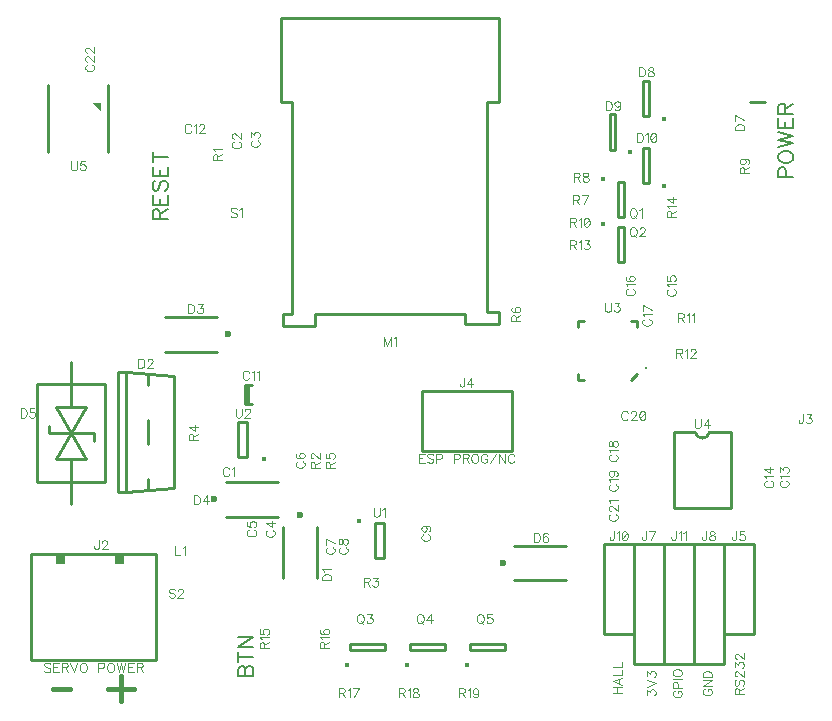
<source format=gbr>
G04 DipTrace 3.3.1.3*
G04 TopSilk.gbr*
%MOIN*%
G04 #@! TF.FileFunction,Legend,Top*
G04 #@! TF.Part,Single*
%ADD10C,0.01*%
%ADD28C,0.023623*%
%ADD32C,0.023631*%
%ADD36C,0.015422*%
%ADD45C,0.015404*%
%ADD49C,0.015395*%
%ADD51C,0.011774*%
%ADD125C,0.004632*%
%ADD126C,0.015439*%
%ADD129C,0.00772*%
%FSLAX26Y26*%
G04*
G70*
G90*
G75*
G01*
G04 TopSilk*
%LPD*%
X813287Y1018535D2*
D10*
Y1081465D1*
X805839Y1018535D2*
Y1081465D1*
Y1018535D2*
X829398D1*
X805839Y1081465D2*
X829398D1*
X1044589Y609841D2*
Y436626D1*
X930414Y609841D2*
Y436626D1*
D28*
X987496Y649211D3*
X381496Y725000D2*
D10*
Y1125000D1*
X409067Y728200D2*
Y1121800D1*
X566535Y739800D2*
Y1110200D1*
X409437Y725000D2*
X381496D1*
X409437Y1125000D2*
X381496D1*
X481417Y736200D2*
Y767400D1*
Y885800D2*
Y964200D1*
Y1082600D2*
Y1113800D1*
X408327Y725000D2*
X565425Y739800D1*
X412953Y1125000D2*
X564130Y1110200D1*
X709841Y1192911D2*
X536626D1*
X709841Y1307086D2*
X536626D1*
D32*
X749211Y1250004D3*
X740159Y757089D2*
D10*
X913374D1*
X740159Y642914D2*
X913374D1*
D32*
X700789Y699996D3*
X337500Y758389D2*
D10*
Y1083344D1*
X112500Y758389D2*
Y1083344D1*
X337500Y758389D2*
X112500D1*
X337500Y1083344D2*
X112500D1*
X149985Y945801D2*
Y920866D1*
X300015D1*
Y895931D1*
X225000Y920866D2*
X175005Y1008393D1*
X274995D1*
X225000Y920866D1*
X274995Y833339D1*
X175005D1*
X225000Y920866D1*
Y833339D2*
Y683366D1*
Y1008393D2*
Y1158367D1*
X1702659Y544589D2*
X1875874D1*
X1702659Y430414D2*
X1875874D1*
D32*
X1663289Y487496D3*
X2486929Y2024684D2*
D10*
X2538071D1*
D36*
X2202209Y1969151D3*
X2152067Y1978352D2*
D10*
Y2096457D1*
X2132382D1*
Y1978352D1*
X2152067D1*
D36*
X2089709Y1856651D3*
X2039567Y1865852D2*
D10*
Y1983957D1*
X2019882D1*
Y1865852D1*
X2039567D1*
D36*
X2202209Y1744151D3*
X2152067Y1753352D2*
D10*
Y1871457D1*
X2132382D1*
Y1753352D1*
X2152067D1*
X508472Y519480D2*
X91150D1*
Y165150D1*
X508472D1*
Y519480D1*
G36*
X402013Y484756D2*
X370631D1*
Y516256D1*
X402013D1*
Y484756D1*
G37*
G36*
X205287D2*
X173863D1*
Y516256D1*
X205287D1*
Y484756D1*
G37*
X1585451Y1062500D2*
D10*
X1393751D1*
X1693751D2*
X1393751D1*
X1693751Y862500D2*
X1393751D1*
X1693751Y1062500D2*
Y862500D1*
X1393751Y1062500D2*
Y862500D1*
X2500000Y250000D2*
X2400000D1*
Y550000D1*
X2500000D2*
X2400000D1*
X2500000Y250000D2*
Y550000D1*
X2100000Y150000D2*
X2200000D1*
X2100000Y550000D2*
Y150000D1*
X2200000Y550000D2*
Y150000D1*
X2100000Y550000D2*
X2200000D1*
X2300000Y150000D2*
X2400000D1*
X2300000Y550000D2*
Y150000D1*
X2400000Y550000D2*
Y150000D1*
X2300000Y550000D2*
X2400000D1*
X2100000Y250000D2*
X2000000D1*
Y550000D1*
X2100000D2*
X2000000D1*
X2100000Y250000D2*
Y550000D1*
X2200000Y150000D2*
X2300000D1*
X2200000Y550000D2*
Y150000D1*
X2300000Y550000D2*
Y150000D1*
X2200000Y550000D2*
X2300000D1*
X925033Y2023542D2*
Y2304749D1*
X1649967D1*
Y2023542D1*
X925033D2*
X962465D1*
Y1317274D1*
X931232D1*
Y1279738D1*
X1037485D1*
Y1317274D1*
X1537515D1*
Y1286029D1*
X1649967D1*
Y1323460D1*
X1612535D1*
Y2023542D1*
X1649967D1*
D36*
X1997791Y1768349D3*
X2047933Y1759148D2*
D10*
Y1641043D1*
X2067618D1*
Y1759148D1*
X2047933D1*
D36*
X1997791Y1618349D3*
X2047933Y1609148D2*
D10*
Y1491043D1*
X2067618D1*
Y1609148D1*
X2047933D1*
D45*
X1144151Y147791D3*
X1153352Y197933D2*
D10*
X1271457D1*
Y217618D1*
X1153352D1*
Y197933D1*
D45*
X1344151Y147791D3*
X1353352Y197933D2*
D10*
X1471457D1*
Y217618D1*
X1353352D1*
Y197933D1*
D45*
X1544151Y147791D3*
X1553352Y197933D2*
D10*
X1671457D1*
Y217618D1*
X1553352D1*
Y197933D1*
D49*
X1183375Y626914D3*
X1237440Y621651D2*
D10*
Y503543D1*
X1268931Y621651D2*
Y503543D1*
X1237440D2*
X1268931D1*
X1237440Y621651D2*
X1268931D1*
D49*
X866625Y835586D3*
X812560Y840849D2*
D10*
Y958957D1*
X781069Y840849D2*
Y958957D1*
X812560D2*
X781069D1*
X812560Y840849D2*
X781069D1*
X1935309Y1098119D2*
X1915645D1*
Y1117810D1*
X1935309Y1294992D2*
X1915645D1*
Y1275300D2*
Y1294992D1*
X2112465D2*
X2092775D1*
X2112465Y1275300D2*
Y1294992D1*
D51*
X2141949Y1137491D3*
X2092775Y1098119D2*
D10*
X2112465Y1117810D1*
X2234732Y923917D2*
Y671949D1*
X2423732Y923917D2*
Y671949D1*
X2234732D2*
X2423732D1*
X2234732Y923917D2*
X2305598D1*
X2352866D2*
X2423732D1*
X2305598D2*
G03X2352866Y923917I23634J4353D01*
G01*
G36*
X324508Y2020636D2*
X299508D1*
X324508Y1995641D1*
Y2020636D1*
G37*
X349508Y2083150D2*
D10*
Y1858142D1*
X149508Y2083150D2*
Y1858142D1*
X751941Y800550D2*
D125*
X750515Y803402D1*
X747630Y806287D1*
X744778Y807713D1*
X739041D1*
X736156Y806287D1*
X733304Y803402D1*
X731845Y800550D1*
X730419Y796239D1*
Y789043D1*
X731845Y784765D1*
X733304Y781880D1*
X736156Y779028D1*
X739041Y777569D1*
X744778D1*
X747630Y779028D1*
X750515Y781880D1*
X751941Y784765D1*
X761204Y801943D2*
X764089Y803402D1*
X768400Y807680D1*
Y777569D1*
X768544Y1892046D2*
X765692Y1890620D1*
X762807Y1887735D1*
X761381Y1884883D1*
Y1879146D1*
X762807Y1876261D1*
X765692Y1873409D1*
X768544Y1871950D1*
X772855Y1870524D1*
X780051D1*
X784329Y1871950D1*
X787214Y1873409D1*
X790066Y1876261D1*
X791525Y1879146D1*
Y1884883D1*
X790066Y1887735D1*
X787214Y1890620D1*
X784329Y1892046D1*
X768577Y1902769D2*
X767151D1*
X764266Y1904194D1*
X762840Y1905620D1*
X761414Y1908505D1*
Y1914242D1*
X762840Y1917094D1*
X764266Y1918520D1*
X767151Y1919979D1*
X770003D1*
X772888Y1918520D1*
X777166Y1915668D1*
X791525Y1901309D1*
Y1921405D1*
X830700Y1896672D2*
X827848Y1895246D1*
X824963Y1892361D1*
X823537Y1889509D1*
Y1883772D1*
X824963Y1880887D1*
X827848Y1878035D1*
X830700Y1876576D1*
X835011Y1875150D1*
X842207D1*
X846485Y1876576D1*
X849370Y1878035D1*
X852222Y1880887D1*
X853681Y1883772D1*
Y1889509D1*
X852222Y1892361D1*
X849370Y1895246D1*
X846485Y1896672D1*
X823571Y1908820D2*
Y1924572D1*
X835044Y1915983D1*
Y1920294D1*
X836470Y1923146D1*
X837896Y1924572D1*
X842207Y1926031D1*
X845059D1*
X849370Y1924572D1*
X852255Y1921720D1*
X853681Y1917409D1*
Y1913098D1*
X852255Y1908820D1*
X850796Y1907394D1*
X847944Y1905935D1*
X881044Y597582D2*
X878192Y596156D1*
X875307Y593271D1*
X873881Y590419D1*
Y584682D1*
X875307Y581797D1*
X878192Y578945D1*
X881044Y577486D1*
X885355Y576060D1*
X892551D1*
X896829Y577486D1*
X899714Y578945D1*
X902566Y581797D1*
X904025Y584682D1*
Y590419D1*
X902566Y593271D1*
X899714Y596156D1*
X896829Y597582D1*
X904025Y621205D2*
X873914D1*
X893977Y606846D1*
Y628368D1*
X818544Y598295D2*
X815692Y596869D1*
X812807Y593984D1*
X811381Y591132D1*
Y585395D1*
X812807Y582510D1*
X815692Y579658D1*
X818544Y578199D1*
X822855Y576773D1*
X830051D1*
X834329Y578199D1*
X837214Y579658D1*
X840066Y582510D1*
X841525Y585395D1*
Y591132D1*
X840066Y593984D1*
X837214Y596869D1*
X834329Y598295D1*
X811414Y624770D2*
Y610444D1*
X824314Y609018D1*
X822888Y610444D1*
X821429Y614755D1*
Y619033D1*
X822888Y623344D1*
X825740Y626229D1*
X830051Y627655D1*
X832903D1*
X837214Y626229D1*
X840099Y623344D1*
X841525Y619033D1*
Y614755D1*
X840099Y610444D1*
X838640Y609018D1*
X835788Y607559D1*
X980699Y827470D2*
X977847Y826044D1*
X974962Y823159D1*
X973536Y820307D1*
Y814570D1*
X974962Y811685D1*
X977847Y808833D1*
X980699Y807374D1*
X985010Y805948D1*
X992206D1*
X996484Y807374D1*
X999369Y808833D1*
X1002221Y811685D1*
X1003680Y814570D1*
Y820307D1*
X1002221Y823159D1*
X999369Y826044D1*
X996484Y827470D1*
X977847Y853944D2*
X974995Y852518D1*
X973569Y848207D1*
Y845355D1*
X974995Y841044D1*
X979306Y838159D1*
X986469Y836733D1*
X993632D1*
X999369Y838159D1*
X1002254Y841044D1*
X1003680Y845355D1*
Y846781D1*
X1002254Y851059D1*
X999369Y853944D1*
X995058Y855370D1*
X993632D1*
X989321Y853944D1*
X986469Y851059D1*
X985043Y846781D1*
Y845355D1*
X986469Y841044D1*
X989321Y838159D1*
X993632Y836733D1*
X1080700Y540423D2*
X1077848Y538997D1*
X1074963Y536111D1*
X1073537Y533260D1*
Y527523D1*
X1074963Y524638D1*
X1077848Y521786D1*
X1080700Y520327D1*
X1085011Y518901D1*
X1092207D1*
X1096485Y520327D1*
X1099370Y521786D1*
X1102222Y524638D1*
X1103681Y527523D1*
Y533260D1*
X1102222Y536111D1*
X1099370Y538997D1*
X1096485Y540422D1*
X1103681Y555423D2*
X1073571Y569782D1*
Y549686D1*
X1124450Y540439D2*
X1121598Y539013D1*
X1118713Y536128D1*
X1117287Y533276D1*
Y527539D1*
X1118713Y524654D1*
X1121598Y521802D1*
X1124450Y520343D1*
X1128761Y518917D1*
X1135957D1*
X1140235Y520343D1*
X1143120Y521802D1*
X1145972Y524654D1*
X1147431Y527539D1*
Y533276D1*
X1145972Y536128D1*
X1143120Y539013D1*
X1140235Y540439D1*
X1117320Y556866D2*
X1118746Y552588D1*
X1121598Y551129D1*
X1124483D1*
X1127335Y552588D1*
X1128794Y555440D1*
X1130220Y561177D1*
X1131646Y565488D1*
X1134531Y568339D1*
X1137383Y569765D1*
X1141694D1*
X1144546Y568339D1*
X1146005Y566913D1*
X1147431Y562602D1*
Y556865D1*
X1146005Y552588D1*
X1144546Y551129D1*
X1141694Y549703D1*
X1137383D1*
X1134531Y551129D1*
X1131646Y554014D1*
X1130220Y558291D1*
X1128794Y564028D1*
X1127335Y566914D1*
X1124483Y568339D1*
X1121598D1*
X1118746Y566914D1*
X1117320Y562603D1*
Y556866D1*
X1399450Y583704D2*
X1396598Y582278D1*
X1393713Y579393D1*
X1392287Y576541D1*
Y570804D1*
X1393713Y567919D1*
X1396598Y565067D1*
X1399450Y563608D1*
X1403761Y562182D1*
X1410957D1*
X1415235Y563608D1*
X1418120Y565067D1*
X1420972Y567919D1*
X1422431Y570804D1*
Y576541D1*
X1420972Y579393D1*
X1418120Y582278D1*
X1415235Y583704D1*
X1402335Y611637D2*
X1406646Y610178D1*
X1409531Y607326D1*
X1410957Y603015D1*
Y601589D1*
X1409531Y597278D1*
X1406646Y594426D1*
X1402335Y592967D1*
X1400909D1*
X1396598Y594426D1*
X1393746Y597278D1*
X1392320Y601589D1*
Y603015D1*
X1393746Y607326D1*
X1396598Y610178D1*
X1402335Y611637D1*
X1409531D1*
X1416694Y610178D1*
X1421005Y607326D1*
X1422431Y603015D1*
Y600163D1*
X1421005Y595852D1*
X1418120Y594426D1*
X818170Y1122204D2*
X816744Y1125056D1*
X813859Y1127941D1*
X811007Y1129367D1*
X805270D1*
X802385Y1127941D1*
X799533Y1125056D1*
X798074Y1122204D1*
X796648Y1117893D1*
Y1110697D1*
X798074Y1106419D1*
X799533Y1103534D1*
X802385Y1100682D1*
X805270Y1099223D1*
X811007D1*
X813859Y1100682D1*
X816744Y1103534D1*
X818170Y1106419D1*
X827434Y1123597D2*
X830319Y1125056D1*
X834630Y1129334D1*
Y1099223D1*
X843893Y1123597D2*
X846778Y1125056D1*
X851089Y1129334D1*
Y1099223D1*
X624760Y1944301D2*
X623334Y1947153D1*
X620448Y1950038D1*
X617597Y1951464D1*
X611860D1*
X608975Y1950038D1*
X606123Y1947153D1*
X604664Y1944301D1*
X603238Y1939990D1*
Y1932794D1*
X604664Y1928516D1*
X606123Y1925631D1*
X608975Y1922779D1*
X611860Y1921320D1*
X617597D1*
X620448Y1922779D1*
X623334Y1925631D1*
X624760Y1928516D1*
X634023Y1945694D2*
X636908Y1947153D1*
X641219Y1951431D1*
Y1921320D1*
X651942Y1944268D2*
Y1945694D1*
X653368Y1948579D1*
X654794Y1950005D1*
X657679Y1951431D1*
X663416D1*
X666268Y1950005D1*
X667694Y1948579D1*
X669153Y1945694D1*
Y1942842D1*
X667694Y1939957D1*
X664842Y1935679D1*
X650483Y1921320D1*
X670579D1*
X2593791Y762851D2*
X2590939Y761426D1*
X2588054Y758540D1*
X2586628Y755689D1*
Y749952D1*
X2588054Y747067D1*
X2590939Y744215D1*
X2593791Y742756D1*
X2598102Y741330D1*
X2605298D1*
X2609576Y742756D1*
X2612461Y744215D1*
X2615313Y747067D1*
X2616772Y749952D1*
Y755689D1*
X2615313Y758540D1*
X2612461Y761425D1*
X2609576Y762851D1*
X2592398Y772115D2*
X2590939Y775000D1*
X2586661Y779311D1*
X2616772D1*
X2586661Y791460D2*
Y807211D1*
X2598135Y798623D1*
Y802934D1*
X2599561Y805786D1*
X2600987Y807211D1*
X2605298Y808671D1*
X2608150D1*
X2612461Y807211D1*
X2615346Y804360D1*
X2616772Y800049D1*
Y795738D1*
X2615346Y791460D1*
X2613887Y790034D1*
X2611035Y788575D1*
X2543199Y761548D2*
X2540347Y760122D1*
X2537462Y757237D1*
X2536036Y754385D1*
Y748648D1*
X2537462Y745763D1*
X2540347Y742911D1*
X2543199Y741452D1*
X2547510Y740026D1*
X2554706D1*
X2558984Y741452D1*
X2561869Y742911D1*
X2564721Y745763D1*
X2566180Y748648D1*
Y754385D1*
X2564721Y757237D1*
X2561869Y760122D1*
X2558984Y761548D1*
X2541806Y770811D2*
X2540347Y773697D1*
X2536069Y778008D1*
X2566180D1*
Y801630D2*
X2536069D1*
X2556132Y787271D1*
Y808793D1*
X2218200Y1400942D2*
X2215348Y1399516D1*
X2212463Y1396631D1*
X2211037Y1393779D1*
Y1388042D1*
X2212463Y1385157D1*
X2215348Y1382305D1*
X2218200Y1380846D1*
X2222511Y1379420D1*
X2229707D1*
X2233985Y1380846D1*
X2236870Y1382305D1*
X2239722Y1385157D1*
X2241181Y1388042D1*
Y1393779D1*
X2239722Y1396631D1*
X2236870Y1399516D1*
X2233985Y1400942D1*
X2216807Y1410206D2*
X2215348Y1413091D1*
X2211071Y1417402D1*
X2241181D1*
X2211071Y1443876D2*
Y1429550D1*
X2223970Y1428124D1*
X2222544Y1429550D1*
X2221085Y1433861D1*
Y1438139D1*
X2222544Y1442450D1*
X2225396Y1445335D1*
X2229707Y1446761D1*
X2232559D1*
X2236870Y1445335D1*
X2239755Y1442450D1*
X2241181Y1438139D1*
Y1433861D1*
X2239755Y1429550D1*
X2238296Y1428124D1*
X2235444Y1426665D1*
X2080699Y1401672D2*
X2077847Y1400246D1*
X2074962Y1397361D1*
X2073536Y1394509D1*
Y1388772D1*
X2074962Y1385887D1*
X2077847Y1383035D1*
X2080699Y1381576D1*
X2085010Y1380150D1*
X2092206D1*
X2096484Y1381576D1*
X2099369Y1383035D1*
X2102221Y1385887D1*
X2103680Y1388772D1*
Y1394509D1*
X2102221Y1397361D1*
X2099369Y1400246D1*
X2096484Y1401672D1*
X2079306Y1410935D2*
X2077847Y1413820D1*
X2073569Y1418131D1*
X2103680D1*
X2077847Y1444606D2*
X2074995Y1443180D1*
X2073569Y1438869D1*
Y1436017D1*
X2074995Y1431706D1*
X2079306Y1428821D1*
X2086469Y1427395D1*
X2093632D1*
X2099369Y1428821D1*
X2102254Y1431706D1*
X2103680Y1436017D1*
Y1437443D1*
X2102254Y1441721D1*
X2099369Y1444606D1*
X2095058Y1446032D1*
X2093632D1*
X2089321Y1444606D1*
X2086469Y1441721D1*
X2085043Y1437443D1*
Y1436017D1*
X2086469Y1431706D1*
X2089321Y1428821D1*
X2093632Y1427395D1*
X2136950Y1300942D2*
X2134098Y1299516D1*
X2131213Y1296631D1*
X2129787Y1293779D1*
Y1288042D1*
X2131213Y1285157D1*
X2134098Y1282305D1*
X2136950Y1280846D1*
X2141261Y1279420D1*
X2148457D1*
X2152735Y1280846D1*
X2155620Y1282305D1*
X2158472Y1285157D1*
X2159931Y1288042D1*
Y1293779D1*
X2158472Y1296631D1*
X2155620Y1299516D1*
X2152735Y1300942D1*
X2135557Y1310206D2*
X2134098Y1313091D1*
X2129820Y1317402D1*
X2159931D1*
Y1332402D2*
X2129820Y1346761D1*
Y1326665D1*
X2024450Y849778D2*
X2021598Y848352D1*
X2018713Y845466D1*
X2017287Y842615D1*
Y836878D1*
X2018713Y833993D1*
X2021598Y831141D1*
X2024450Y829682D1*
X2028761Y828256D1*
X2035957D1*
X2040235Y829682D1*
X2043120Y831141D1*
X2045972Y833993D1*
X2047431Y836878D1*
Y842615D1*
X2045972Y845466D1*
X2043120Y848352D1*
X2040235Y849777D1*
X2023057Y859041D2*
X2021598Y861926D1*
X2017320Y866237D1*
X2047431D1*
X2017320Y882664D2*
X2018746Y878386D1*
X2021598Y876927D1*
X2024483D1*
X2027335Y878386D1*
X2028794Y881238D1*
X2030220Y886975D1*
X2031646Y891286D1*
X2034531Y894138D1*
X2037383Y895563D1*
X2041694D1*
X2044546Y894137D1*
X2046005Y892712D1*
X2047431Y888401D1*
Y882664D1*
X2046005Y878386D1*
X2044546Y876927D1*
X2041694Y875501D1*
X2037383D1*
X2034531Y876927D1*
X2031646Y879812D1*
X2030220Y884090D1*
X2028794Y889826D1*
X2027335Y892712D1*
X2024483Y894138D1*
X2021598D1*
X2018746Y892712D1*
X2017320Y888401D1*
Y882664D1*
X2024450Y750474D2*
X2021598Y749048D1*
X2018713Y746163D1*
X2017287Y743311D1*
Y737574D1*
X2018713Y734689D1*
X2021598Y731837D1*
X2024450Y730378D1*
X2028761Y728952D1*
X2035957D1*
X2040235Y730378D1*
X2043120Y731837D1*
X2045972Y734689D1*
X2047431Y737574D1*
Y743311D1*
X2045972Y746163D1*
X2043120Y749048D1*
X2040235Y750474D1*
X2023057Y759737D2*
X2021598Y762622D1*
X2017320Y766934D1*
X2047431Y766933D1*
X2027335Y794867D2*
X2031646Y793408D1*
X2034531Y790556D1*
X2035957Y786245D1*
Y784819D1*
X2034531Y780508D1*
X2031646Y777656D1*
X2027335Y776197D1*
X2025909D1*
X2021598Y777656D1*
X2018746Y780508D1*
X2017320Y784819D1*
Y786245D1*
X2018746Y790556D1*
X2021598Y793408D1*
X2027335Y794867D1*
X2034531D1*
X2041694Y793408D1*
X2046005Y790556D1*
X2047431Y786245D1*
Y783393D1*
X2046005Y779082D1*
X2043120Y777656D1*
X2080811Y988050D2*
X2079385Y990902D1*
X2076500Y993787D1*
X2073648Y995213D1*
X2067911D1*
X2065026Y993787D1*
X2062174Y990902D1*
X2060715Y988050D1*
X2059289Y983739D1*
Y976543D1*
X2060715Y972265D1*
X2062174Y969380D1*
X2065026Y966528D1*
X2067911Y965069D1*
X2073648D1*
X2076500Y966528D1*
X2079385Y969380D1*
X2080811Y972265D1*
X2091534Y988017D2*
Y989443D1*
X2092959Y992328D1*
X2094385Y993754D1*
X2097271Y995180D1*
X2103007D1*
X2105859Y993754D1*
X2107285Y992328D1*
X2108744Y989443D1*
Y986591D1*
X2107285Y983706D1*
X2104433Y979428D1*
X2090074Y965069D1*
X2110170D1*
X2128056Y995180D2*
X2123745Y993754D1*
X2120860Y989443D1*
X2119434Y982280D1*
Y977969D1*
X2120860Y970806D1*
X2123745Y966495D1*
X2128056Y965069D1*
X2130908D1*
X2135219Y966495D1*
X2138071Y970806D1*
X2139530Y977969D1*
Y982280D1*
X2138071Y989443D1*
X2135219Y993754D1*
X2130908Y995180D1*
X2128056D1*
X2138071Y989443D2*
X2120860Y970806D1*
X2024450Y650942D2*
X2021598Y649516D1*
X2018713Y646631D1*
X2017287Y643779D1*
Y638042D1*
X2018713Y635157D1*
X2021598Y632305D1*
X2024450Y630846D1*
X2028761Y629420D1*
X2035957D1*
X2040235Y630846D1*
X2043120Y632305D1*
X2045972Y635157D1*
X2047431Y638042D1*
Y643779D1*
X2045972Y646631D1*
X2043120Y649516D1*
X2040235Y650942D1*
X2024483Y661665D2*
X2023057D1*
X2020172Y663091D1*
X2018746Y664517D1*
X2017320Y667402D1*
Y673139D1*
X2018746Y675991D1*
X2020172Y677416D1*
X2023057Y678876D1*
X2025909D1*
X2028794Y677416D1*
X2033072Y674565D1*
X2047431Y660205D1*
Y680301D1*
X2023057Y689565D2*
X2021598Y692450D1*
X2017320Y696761D1*
X2047431D1*
X279715Y2149094D2*
X276863Y2147668D1*
X273978Y2144783D1*
X272552Y2141932D1*
Y2136195D1*
X273978Y2133309D1*
X276863Y2130458D1*
X279715Y2128998D1*
X284026Y2127573D1*
X291222D1*
X295500Y2128998D1*
X298385Y2130458D1*
X301237Y2133309D1*
X302696Y2136195D1*
Y2141931D1*
X301237Y2144783D1*
X298385Y2147668D1*
X295500Y2149094D1*
X279748Y2159817D2*
X278322D1*
X275437Y2161243D1*
X274011Y2162669D1*
X272585Y2165554D1*
Y2171291D1*
X274011Y2174143D1*
X275437Y2175569D1*
X278322Y2177028D1*
X281174D1*
X284059Y2175569D1*
X288337Y2172717D1*
X302696Y2158358D1*
Y2178454D1*
X279748Y2189177D2*
X278322D1*
X275437Y2190603D1*
X274011Y2192028D1*
X272585Y2194914D1*
Y2200651D1*
X274011Y2203502D1*
X275437Y2204928D1*
X278322Y2206388D1*
X281174D1*
X284059Y2204928D1*
X288337Y2202076D1*
X302696Y2187717D1*
Y2207813D1*
X1062316Y430249D2*
X1092460D1*
Y440297D1*
X1091001Y444608D1*
X1088149Y447493D1*
X1085264Y448919D1*
X1080986Y450345D1*
X1073790D1*
X1069479Y448919D1*
X1066627Y447493D1*
X1063742Y444608D1*
X1062316Y440297D1*
Y430249D1*
X1068086Y459608D2*
X1066627Y462493D1*
X1062349Y466804D1*
X1092460D1*
X449288Y1168934D2*
Y1138790D1*
X459336D1*
X463647Y1140249D1*
X466532Y1143101D1*
X467958Y1145986D1*
X469384Y1150264D1*
Y1157460D1*
X467958Y1161771D1*
X466532Y1164623D1*
X463647Y1167508D1*
X459336Y1168934D1*
X449288D1*
X480107Y1161738D2*
Y1163164D1*
X481533Y1166049D1*
X482959Y1167475D1*
X485844Y1168901D1*
X491581D1*
X494433Y1167475D1*
X495858Y1166049D1*
X497318Y1163164D1*
Y1160312D1*
X495858Y1157427D1*
X493007Y1153149D1*
X478648Y1138790D1*
X498744D1*
X615237Y1351020D2*
Y1320876D1*
X625285D1*
X629596Y1322335D1*
X632481Y1325187D1*
X633907Y1328072D1*
X635333Y1332350D1*
Y1339546D1*
X633907Y1343857D1*
X632481Y1346709D1*
X629596Y1349594D1*
X625285Y1351020D1*
X615237D1*
X647481Y1350987D2*
X663233D1*
X654644Y1339513D1*
X658955D1*
X661807Y1338087D1*
X663233Y1336661D1*
X664692Y1332350D1*
Y1329498D1*
X663233Y1325187D1*
X660381Y1322302D1*
X656070Y1320876D1*
X651759D1*
X647481Y1322302D1*
X646055Y1323761D1*
X644596Y1326613D1*
X634595Y713522D2*
Y683378D1*
X644643D1*
X648954Y684838D1*
X651839Y687689D1*
X653265Y690575D1*
X654691Y694852D1*
Y702048D1*
X653265Y706359D1*
X651839Y709211D1*
X648954Y712096D1*
X644643Y713522D1*
X634595D1*
X678313Y683378D2*
Y713489D1*
X663954Y693426D1*
X685476D1*
X56522Y1003284D2*
Y973140D1*
X66570D1*
X70881Y974599D1*
X73766Y977451D1*
X75192Y980336D1*
X76618Y984614D1*
Y991810D1*
X75192Y996121D1*
X73766Y998973D1*
X70881Y1001858D1*
X66570Y1003284D1*
X56522D1*
X103092Y1003251D2*
X88766D1*
X87340Y990351D1*
X88766Y991777D1*
X93077Y993236D1*
X97355D1*
X101666Y991777D1*
X104551Y988925D1*
X105977Y984614D1*
Y981762D1*
X104551Y977451D1*
X101666Y974566D1*
X97355Y973140D1*
X93077D1*
X88766Y974566D1*
X87340Y976025D1*
X85881Y978877D1*
X1767288Y588522D2*
Y558378D1*
X1777336D1*
X1781647Y559838D1*
X1784532Y562689D1*
X1785958Y565575D1*
X1787384Y569852D1*
Y577048D1*
X1785958Y581359D1*
X1784532Y584211D1*
X1781647Y587096D1*
X1777336Y588522D1*
X1767288D1*
X1813858Y584211D2*
X1812432Y587063D1*
X1808121Y588489D1*
X1805269D1*
X1800958Y587063D1*
X1798073Y582752D1*
X1796647Y575589D1*
Y568426D1*
X1798073Y562689D1*
X1800958Y559804D1*
X1805269Y558378D1*
X1806695D1*
X1810973Y559804D1*
X1813858Y562689D1*
X1815284Y567000D1*
Y568426D1*
X1813858Y572737D1*
X1810973Y575589D1*
X1806695Y577015D1*
X1805269D1*
X1800958Y575589D1*
X1798073Y572737D1*
X1796647Y568426D1*
X2439039Y1931069D2*
X2469183D1*
Y1941117D1*
X2467724Y1945428D1*
X2464872Y1948313D1*
X2461987Y1949739D1*
X2457709Y1951165D1*
X2450513D1*
X2446202Y1949739D1*
X2443350Y1948313D1*
X2440465Y1945428D1*
X2439039Y1941117D1*
Y1931069D1*
X2469183Y1966165D2*
X2439072Y1980524D1*
Y1960428D1*
X2118389Y2140391D2*
Y2110247D1*
X2128437D1*
X2132748Y2111706D1*
X2135633Y2114558D1*
X2137059Y2117443D1*
X2138485Y2121720D1*
Y2128917D1*
X2137059Y2133228D1*
X2135633Y2136080D1*
X2132748Y2138965D1*
X2128437Y2140391D1*
X2118389D1*
X2154911Y2140357D2*
X2150633Y2138931D1*
X2149174Y2136080D1*
Y2133194D1*
X2150633Y2130343D1*
X2153485Y2128883D1*
X2159222Y2127457D1*
X2163533Y2126032D1*
X2166385Y2123146D1*
X2167811Y2120295D1*
Y2115984D1*
X2166385Y2113132D1*
X2164959Y2111672D1*
X2160648Y2110247D1*
X2154911D1*
X2150633Y2111672D1*
X2149174Y2113132D1*
X2147748Y2115984D1*
Y2120295D1*
X2149174Y2123146D1*
X2152059Y2126032D1*
X2156337Y2127457D1*
X2162074Y2128883D1*
X2164959Y2130343D1*
X2166385Y2133194D1*
Y2136080D1*
X2164959Y2138931D1*
X2160648Y2140357D1*
X2154911D1*
X2006585Y2027891D2*
Y1997747D1*
X2016633D1*
X2020944Y1999206D1*
X2023829Y2002058D1*
X2025255Y2004943D1*
X2026681Y2009220D1*
Y2016417D1*
X2025255Y2020728D1*
X2023829Y2023580D1*
X2020944Y2026465D1*
X2016633Y2027891D1*
X2006585D1*
X2054615Y2017843D2*
X2053155Y2013532D1*
X2050304Y2010646D1*
X2045992Y2009220D1*
X2044567D1*
X2040256Y2010646D1*
X2037404Y2013532D1*
X2035944Y2017843D1*
Y2019268D1*
X2037404Y2023580D1*
X2040256Y2026431D1*
X2044567Y2027857D1*
X2045992D1*
X2050304Y2026431D1*
X2053155Y2023580D1*
X2054615Y2017843D1*
Y2010646D1*
X2053155Y2003484D1*
X2050304Y1999172D1*
X2045992Y1997747D1*
X2043141D1*
X2038830Y1999172D1*
X2037404Y2002058D1*
X2110142Y1921641D2*
Y1891497D1*
X2120190D1*
X2124501Y1892956D1*
X2127386Y1895808D1*
X2128812Y1898693D1*
X2130238Y1902971D1*
Y1910167D1*
X2128812Y1914478D1*
X2127386Y1917330D1*
X2124501Y1920215D1*
X2120190Y1921641D1*
X2110142D1*
X2139502Y1915871D2*
X2142387Y1917330D1*
X2146698Y1921608D1*
Y1891497D1*
X2164583Y1921608D2*
X2160272Y1920182D1*
X2157387Y1915871D1*
X2155961Y1908708D1*
Y1904397D1*
X2157387Y1897234D1*
X2160272Y1892923D1*
X2164583Y1891497D1*
X2167435D1*
X2171746Y1892923D1*
X2174598Y1897234D1*
X2176057Y1904397D1*
Y1908708D1*
X2174598Y1915871D1*
X2171746Y1920182D1*
X2167435Y1921608D1*
X2164583D1*
X2174598Y1915871D2*
X2157387Y1897234D1*
X317311Y563414D2*
Y540466D1*
X315885Y536155D1*
X314426Y534729D1*
X311574Y533270D1*
X308689D1*
X305837Y534729D1*
X304411Y536155D1*
X302952Y540466D1*
Y543318D1*
X328033Y556218D2*
Y557644D1*
X329459Y560529D1*
X330885Y561955D1*
X333770Y563381D1*
X339507D1*
X342359Y561955D1*
X343785Y560529D1*
X345244Y557644D1*
Y554792D1*
X343785Y551907D1*
X340933Y547629D1*
X326574Y533270D1*
X346670D1*
X156031Y150663D2*
X153179Y153548D1*
X148868Y154974D1*
X143131D1*
X138820Y153548D1*
X135935Y150663D1*
Y147811D1*
X137394Y144926D1*
X138820Y143500D1*
X141672Y142074D1*
X150294Y139189D1*
X153179Y137763D1*
X154605Y136304D1*
X156031Y133452D1*
Y129141D1*
X153179Y126290D1*
X148868Y124830D1*
X143131D1*
X138820Y126290D1*
X135935Y129141D1*
X183931Y154974D2*
X165295D1*
Y124830D1*
X183931D1*
X165295Y140615D2*
X176768D1*
X193195D2*
X206095D1*
X210406Y142074D1*
X211865Y143500D1*
X213291Y146352D1*
Y149237D1*
X211865Y152089D1*
X210406Y153548D1*
X206095Y154974D1*
X193195D1*
Y124830D1*
X203243Y140615D2*
X213291Y124830D1*
X222555Y154974D2*
X234028Y124830D1*
X245502Y154974D1*
X263388D2*
X260503Y153548D1*
X257651Y150663D1*
X256192Y147811D1*
X254766Y143500D1*
Y136304D1*
X256192Y132026D1*
X257651Y129141D1*
X260503Y126290D1*
X263388Y124830D1*
X269125D1*
X271977Y126290D1*
X274862Y129141D1*
X276288Y132026D1*
X277714Y136304D1*
Y143500D1*
X276288Y147811D1*
X274862Y150663D1*
X271977Y153548D1*
X269125Y154974D1*
X263388D1*
X316138Y139189D2*
X329071D1*
X333349Y140615D1*
X334808Y142074D1*
X336234Y144926D1*
Y149237D1*
X334808Y152089D1*
X333349Y153548D1*
X329071Y154974D1*
X316138D1*
Y124830D1*
X354120Y154974D2*
X351235Y153548D1*
X348383Y150663D1*
X346924Y147811D1*
X345498Y143500D1*
Y136304D1*
X346924Y132026D1*
X348383Y129141D1*
X351235Y126290D1*
X354120Y124830D1*
X359857D1*
X362709Y126290D1*
X365594Y129141D1*
X367020Y132026D1*
X368445Y136304D1*
Y143500D1*
X367020Y147811D1*
X365594Y150663D1*
X362709Y153548D1*
X359857Y154974D1*
X354120D1*
X377709D2*
X384905Y124830D1*
X392068Y154974D1*
X399231Y124830D1*
X406427Y154974D1*
X434328D2*
X415691D1*
Y124830D1*
X434328D1*
X415691Y140615D2*
X427165D1*
X443591D2*
X456491D1*
X460802Y142074D1*
X462261Y143500D1*
X463687Y146352D1*
Y149237D1*
X462261Y152089D1*
X460802Y153548D1*
X456491Y154974D1*
X443591D1*
Y124830D1*
X453639Y140615D2*
X463687Y124830D1*
X2664362Y983946D2*
Y960998D1*
X2662936Y956687D1*
X2661477Y955261D1*
X2658625Y953802D1*
X2655740D1*
X2652888Y955261D1*
X2651462Y956687D1*
X2650003Y960998D1*
Y963850D1*
X2676511Y983912D2*
X2692262D1*
X2683673Y972439D1*
X2687985D1*
X2690836Y971013D1*
X2692262Y969587D1*
X2693721Y965276D1*
Y962424D1*
X2692262Y958113D1*
X2689410Y955228D1*
X2685099Y953802D1*
X2680788D1*
X2676511Y955228D1*
X2675085Y956687D1*
X2673625Y959539D1*
X1535537Y1106434D2*
Y1083486D1*
X1534111Y1079175D1*
X1532652Y1077749D1*
X1529800Y1076290D1*
X1526915D1*
X1524063Y1077749D1*
X1522638Y1079175D1*
X1521178Y1083486D1*
Y1086338D1*
X1559160Y1076290D2*
Y1106401D1*
X1544801Y1086338D1*
X1566323D1*
X1403519Y852325D2*
X1384882D1*
Y822181D1*
X1403519D1*
X1384882Y837966D2*
X1396356D1*
X1432878Y848014D2*
X1430027Y850899D1*
X1425716Y852325D1*
X1419979D1*
X1415668Y850899D1*
X1412782Y848014D1*
Y845162D1*
X1414242Y842277D1*
X1415668Y840851D1*
X1418519Y839425D1*
X1427141Y836540D1*
X1430027Y835114D1*
X1431453Y833655D1*
X1432878Y830803D1*
Y826492D1*
X1430027Y823640D1*
X1425716Y822181D1*
X1419979D1*
X1415668Y823640D1*
X1412782Y826492D1*
X1442142Y836540D2*
X1455075D1*
X1459353Y837966D1*
X1460812Y839425D1*
X1462238Y842277D1*
Y846588D1*
X1460812Y849440D1*
X1459353Y850899D1*
X1455075Y852325D1*
X1442142D1*
Y822181D1*
X1500662Y836540D2*
X1513595D1*
X1517873Y837966D1*
X1519332Y839425D1*
X1520758Y842277D1*
Y846588D1*
X1519332Y849440D1*
X1517873Y850899D1*
X1513595Y852325D1*
X1500662D1*
Y822181D1*
X1530022Y837966D2*
X1542922D1*
X1547233Y839425D1*
X1548692Y840851D1*
X1550118Y843703D1*
Y846588D1*
X1548692Y849440D1*
X1547233Y850899D1*
X1542922Y852325D1*
X1530022D1*
Y822181D1*
X1540070Y837966D2*
X1550118Y822181D1*
X1568003Y852325D2*
X1565118Y850899D1*
X1562266Y848014D1*
X1560807Y845162D1*
X1559381Y840851D1*
Y833655D1*
X1560807Y829377D1*
X1562266Y826492D1*
X1565118Y823640D1*
X1568003Y822181D1*
X1573740D1*
X1576592Y823640D1*
X1579477Y826492D1*
X1580903Y829377D1*
X1582329Y833655D1*
Y840851D1*
X1580903Y845162D1*
X1579477Y848014D1*
X1576592Y850899D1*
X1573740Y852325D1*
X1568003D1*
X1613115Y845162D2*
X1611689Y848014D1*
X1608804Y850899D1*
X1605952Y852325D1*
X1600215D1*
X1597330Y850899D1*
X1594478Y848014D1*
X1593019Y845162D1*
X1591593Y840851D1*
Y833655D1*
X1593019Y829377D1*
X1594478Y826492D1*
X1597330Y823640D1*
X1600215Y822181D1*
X1605952D1*
X1608804Y823640D1*
X1611689Y826492D1*
X1613115Y829377D1*
Y833655D1*
X1605952D1*
X1622378Y822181D2*
X1642474Y852292D1*
X1671834Y852325D2*
Y822181D1*
X1651738Y852325D1*
Y822181D1*
X1702619Y845162D2*
X1701193Y848014D1*
X1698308Y850899D1*
X1695456Y852325D1*
X1689719D1*
X1686834Y850899D1*
X1683982Y848014D1*
X1682523Y845162D1*
X1681097Y840851D1*
Y833655D1*
X1682523Y829377D1*
X1683982Y826492D1*
X1686834Y823640D1*
X1689719Y822181D1*
X1695456D1*
X1698308Y823640D1*
X1701193Y826492D1*
X1702619Y829377D1*
X2442500Y593934D2*
Y570986D1*
X2441074Y566675D1*
X2439615Y565249D1*
X2436763Y563790D1*
X2433878D1*
X2431026Y565249D1*
X2429600Y566675D1*
X2428141Y570986D1*
Y573838D1*
X2468974Y593901D2*
X2454648D1*
X2453222Y581001D1*
X2454648Y582427D1*
X2458959Y583886D1*
X2463237D1*
X2467548Y582427D1*
X2470433Y579575D1*
X2471859Y575264D1*
Y572412D1*
X2470433Y568101D1*
X2467548Y565216D1*
X2463237Y563790D1*
X2458959D1*
X2454648Y565216D1*
X2453222Y566675D1*
X2451763Y569527D1*
X2451675Y49982D2*
Y62882D1*
X2450215Y67193D1*
X2448790Y68652D1*
X2445938Y70078D1*
X2443053D1*
X2440201Y68652D1*
X2438741Y67193D1*
X2437316Y62882D1*
X2437315Y49982D1*
X2467460D1*
X2451675Y60030D2*
X2467460Y70078D1*
X2441627Y99438D2*
X2438742Y96586D1*
X2437316Y92275D1*
Y86538D1*
X2438742Y82227D1*
X2441627Y79342D1*
X2444478D1*
X2447364Y80801D1*
X2448790Y82227D1*
X2450215Y85079D1*
X2453101Y93701D1*
X2454526Y96586D1*
X2455986Y98012D1*
X2458838Y99438D1*
X2463149D1*
X2466000Y96586D1*
X2467460Y92275D1*
Y86538D1*
X2466000Y82227D1*
X2463149Y79342D1*
X2444512Y110160D2*
X2443086D1*
X2440201Y111586D1*
X2438775Y113012D1*
X2437349Y115897D1*
Y121634D1*
X2438775Y124486D1*
X2440201Y125912D1*
X2443086Y127371D1*
X2445938D1*
X2448823Y125912D1*
X2453101Y123060D1*
X2467460Y108701D1*
Y128797D1*
X2437349Y140946D2*
Y156698D1*
X2448823Y148109D1*
Y152420D1*
X2450249Y155272D1*
X2451675Y156698D1*
X2455986Y158157D1*
X2458837D1*
X2463148Y156698D1*
X2466034Y153846D1*
X2467460Y149535D1*
Y145224D1*
X2466034Y140946D1*
X2464574Y139520D1*
X2461723Y138061D1*
X2444512Y168880D2*
X2443086D1*
X2440201Y170306D1*
X2438775Y171731D1*
X2437349Y174617D1*
Y180354D1*
X2438775Y183205D1*
X2440201Y184631D1*
X2443086Y186091D1*
X2445938Y186090D1*
X2448823Y184631D1*
X2453101Y181779D1*
X2467460Y167420D1*
Y187516D1*
X2142500Y593934D2*
Y570986D1*
X2141074Y566675D1*
X2139615Y565249D1*
X2136763Y563790D1*
X2133878D1*
X2131026Y565249D1*
X2129600Y566675D1*
X2128141Y570986D1*
Y573838D1*
X2157500Y563790D2*
X2171859Y593901D1*
X2151763D1*
X2143599Y49552D2*
Y65303D1*
X2155073Y56715D1*
Y61026D1*
X2156499Y63878D1*
X2157925Y65303D1*
X2162236Y66763D1*
X2165088D1*
X2169399Y65303D1*
X2172284Y62452D1*
X2173710Y58141D1*
Y53830D1*
X2172284Y49552D1*
X2170825Y48126D1*
X2167973Y46667D1*
X2143566Y76026D2*
X2173710Y87500D1*
X2143566Y98974D1*
X2143599Y111123D2*
Y126874D1*
X2155073Y118286D1*
Y122597D1*
X2156499Y125448D1*
X2157925Y126874D1*
X2162236Y128334D1*
X2165088D1*
X2169399Y126874D1*
X2172284Y124022D1*
X2173710Y119711D1*
Y115400D1*
X2172284Y111123D1*
X2170825Y109697D1*
X2167973Y108238D1*
X2342516Y593934D2*
Y570986D1*
X2341090Y566675D1*
X2339631Y565249D1*
X2336779Y563790D1*
X2333894D1*
X2331042Y565249D1*
X2329616Y566675D1*
X2328157Y570986D1*
Y573838D1*
X2358943Y593901D2*
X2354665Y592475D1*
X2353206Y589623D1*
Y586738D1*
X2354665Y583886D1*
X2357517Y582427D1*
X2363254Y581001D1*
X2367565Y579575D1*
X2370417Y576690D1*
X2371843Y573838D1*
Y569527D1*
X2370417Y566675D1*
X2368991Y565216D1*
X2364680Y563790D1*
X2358943D1*
X2354665Y565216D1*
X2353206Y566675D1*
X2351780Y569527D1*
Y573838D1*
X2353206Y576690D1*
X2356091Y579575D1*
X2360369Y581001D1*
X2366106Y582427D1*
X2368991Y583886D1*
X2370417Y586738D1*
Y589623D1*
X2368991Y592475D1*
X2364680Y593901D1*
X2358943D1*
X2338229Y68902D2*
X2335377Y67476D1*
X2332492Y64591D1*
X2331066Y61739D1*
Y56002D1*
X2332492Y53117D1*
X2335377Y50265D1*
X2338229Y48806D1*
X2342540Y47380D1*
X2349736D1*
X2354014Y48806D1*
X2356899Y50265D1*
X2359751Y53117D1*
X2361210Y56002D1*
Y61739D1*
X2359751Y64590D1*
X2356899Y67476D1*
X2354014Y68901D1*
X2349736D1*
Y61739D1*
X2331066Y98261D2*
X2361210D1*
X2331066Y78165D1*
X2361210D1*
X2331066Y107525D2*
X2361210D1*
Y117573D1*
X2359751Y121884D1*
X2356899Y124769D1*
X2354014Y126195D1*
X2349736Y127621D1*
X2342540D1*
X2338229Y126195D1*
X2335377Y124769D1*
X2332492Y121884D1*
X2331066Y117573D1*
Y107525D1*
X2034270Y593934D2*
Y570986D1*
X2032844Y566675D1*
X2031385Y565249D1*
X2028533Y563790D1*
X2025648D1*
X2022796Y565249D1*
X2021370Y566675D1*
X2019911Y570986D1*
Y573838D1*
X2043533Y588164D2*
X2046419Y589623D1*
X2050730Y593901D1*
Y563790D1*
X2068615Y593901D2*
X2064304Y592475D1*
X2061419Y588164D1*
X2059993Y581001D1*
Y576690D1*
X2061419Y569527D1*
X2064304Y565216D1*
X2068615Y563790D1*
X2071467D1*
X2075778Y565216D1*
X2078630Y569527D1*
X2080089Y576690D1*
Y581001D1*
X2078630Y588164D1*
X2075778Y592475D1*
X2071467Y593901D1*
X2068615D1*
X2078630Y588164D2*
X2061419Y569527D1*
X2031066Y53605D2*
X2061210D1*
X2031066Y73701D2*
X2061210D1*
X2045425Y53605D2*
Y73701D1*
X2061210Y105945D2*
X2031066Y94438D1*
X2061210Y82964D1*
X2051162Y87275D2*
Y101634D1*
X2031066Y115209D2*
X2061210D1*
Y132420D1*
X2031066Y141683D2*
X2061210D1*
Y158894D1*
X2240720Y593934D2*
Y570986D1*
X2239294Y566675D1*
X2237835Y565249D1*
X2234983Y563790D1*
X2232098D1*
X2229246Y565249D1*
X2227820Y566675D1*
X2226361Y570986D1*
Y573838D1*
X2249983Y588164D2*
X2252868Y589623D1*
X2257180Y593901D1*
Y563790D1*
X2266443Y588164D2*
X2269328Y589623D1*
X2273639Y593901D1*
Y563790D1*
X2238229Y62844D2*
X2235377Y61418D1*
X2232492Y58533D1*
X2231066Y55681D1*
Y49944D1*
X2232492Y47059D1*
X2235377Y44207D1*
X2238229Y42748D1*
X2242540Y41322D1*
X2249736D1*
X2254014Y42748D1*
X2256899Y44207D1*
X2259751Y47059D1*
X2261210Y49944D1*
Y55681D1*
X2259751Y58533D1*
X2256899Y61418D1*
X2254014Y62844D1*
X2249736D1*
Y55681D1*
X2246851Y72107D2*
Y85040D1*
X2245425Y89318D1*
X2243966Y90777D1*
X2241114Y92203D1*
X2236803D1*
X2233951Y90777D1*
X2232492Y89318D1*
X2231066Y85040D1*
Y72107D1*
X2261210D1*
X2231066Y101467D2*
X2261210D1*
X2231066Y119352D2*
X2232492Y116467D1*
X2235377Y113615D1*
X2238229Y112156D1*
X2242540Y110730D1*
X2249736D1*
X2254014Y112156D1*
X2256899Y113615D1*
X2259751Y116467D1*
X2261210Y119352D1*
Y125089D1*
X2259751Y127941D1*
X2256899Y130826D1*
X2254014Y132252D1*
X2249736Y133678D1*
X2242540D1*
X2238229Y132252D1*
X2235377Y130826D1*
X2232492Y127941D1*
X2231066Y125089D1*
Y119352D1*
X570665Y544524D2*
Y514380D1*
X587876D1*
X597139Y538754D2*
X600024Y540213D1*
X604335Y544491D1*
Y514380D1*
X1290744Y1212290D2*
Y1242434D1*
X1279270Y1212290D1*
X1267796Y1242434D1*
Y1212290D1*
X1300008Y1236663D2*
X1302893Y1238122D1*
X1307204Y1242400D1*
Y1212290D1*
X2095802Y1669985D2*
X2092950Y1668592D1*
X2090065Y1665707D1*
X2088639Y1662822D1*
X2087180Y1658511D1*
Y1651348D1*
X2088639Y1647037D1*
X2090065Y1644185D1*
X2092950Y1641300D1*
X2095802Y1639874D1*
X2101539D1*
X2104424Y1641300D1*
X2107276Y1644185D1*
X2108702Y1647037D1*
X2110161Y1651348D1*
Y1658511D1*
X2108702Y1662822D1*
X2107276Y1665707D1*
X2104424Y1668592D1*
X2101539Y1669985D1*
X2095802D1*
X2100113Y1645611D2*
X2108702Y1636989D1*
X2119425Y1664215D2*
X2122310Y1665674D1*
X2126621Y1669952D1*
Y1639841D1*
X2095601Y1607486D2*
X2092749Y1606094D1*
X2089864Y1603208D1*
X2088438Y1600323D1*
X2086979Y1596012D1*
Y1588849D1*
X2088438Y1584538D1*
X2089864Y1581687D1*
X2092749Y1578801D1*
X2095601Y1577375D1*
X2101338D1*
X2104223Y1578801D1*
X2107075Y1581687D1*
X2108501Y1584538D1*
X2109960Y1588849D1*
Y1596012D1*
X2108501Y1600323D1*
X2107075Y1603208D1*
X2104223Y1606094D1*
X2101338Y1607486D1*
X2095601D1*
X2099912Y1583112D2*
X2108501Y1574490D1*
X2120683Y1600290D2*
Y1601716D1*
X2122109Y1604601D1*
X2123535Y1606027D1*
X2126420Y1607453D1*
X2132157D1*
X2135009Y1606027D1*
X2136435Y1604601D1*
X2137894Y1601716D1*
Y1598864D1*
X2136435Y1595979D1*
X2133583Y1591701D1*
X2119224Y1577342D1*
X2139320D1*
X1186404Y317654D2*
X1183553Y316262D1*
X1180668Y313376D1*
X1179242Y310491D1*
X1177782Y306180D1*
Y299017D1*
X1179242Y294706D1*
X1180668Y291854D1*
X1183553Y288969D1*
X1186404Y287543D1*
X1192141D1*
X1195027Y288969D1*
X1197878Y291854D1*
X1199304Y294706D1*
X1200764Y299017D1*
Y306180D1*
X1199304Y310491D1*
X1197878Y313376D1*
X1195027Y316262D1*
X1192141Y317654D1*
X1186404D1*
X1190716Y293280D2*
X1199304Y284658D1*
X1212912Y317621D2*
X1228664D1*
X1220075Y306147D1*
X1224386D1*
X1227238Y304721D1*
X1228664Y303295D1*
X1230123Y298984D1*
Y296132D1*
X1228664Y291821D1*
X1225812Y288936D1*
X1221501Y287510D1*
X1217190D1*
X1212912Y288936D1*
X1211486Y290395D1*
X1210027Y293247D1*
X1385692Y317654D2*
X1382840Y316262D1*
X1379955Y313376D1*
X1378529Y310491D1*
X1377069Y306180D1*
Y299017D1*
X1378529Y294706D1*
X1379955Y291854D1*
X1382840Y288969D1*
X1385692Y287543D1*
X1391428D1*
X1394314Y288969D1*
X1397165Y291854D1*
X1398591Y294706D1*
X1400051Y299017D1*
Y306180D1*
X1398591Y310491D1*
X1397165Y313376D1*
X1394314Y316262D1*
X1391428Y317654D1*
X1385692D1*
X1390003Y293280D2*
X1398591Y284658D1*
X1423673Y287510D2*
Y317621D1*
X1409314Y297558D1*
X1430836D1*
X1586404Y317654D2*
X1583553Y316262D1*
X1580668Y313376D1*
X1579242Y310491D1*
X1577782Y306180D1*
Y299017D1*
X1579242Y294706D1*
X1580668Y291854D1*
X1583553Y288969D1*
X1586404Y287543D1*
X1592141D1*
X1595027Y288969D1*
X1597878Y291854D1*
X1599304Y294706D1*
X1600764Y299017D1*
Y306180D1*
X1599304Y310491D1*
X1597878Y313376D1*
X1595027Y316262D1*
X1592141Y317654D1*
X1586404D1*
X1590716Y293280D2*
X1599304Y284658D1*
X1627238Y317621D2*
X1612912D1*
X1611486Y304721D1*
X1612912Y306147D1*
X1617223Y307606D1*
X1621501D1*
X1625812Y306147D1*
X1628697Y303295D1*
X1630123Y298984D1*
Y296132D1*
X1628697Y291821D1*
X1625812Y288936D1*
X1621501Y287510D1*
X1617223D1*
X1612912Y288936D1*
X1611486Y290395D1*
X1610027Y293247D1*
X712896Y1831132D2*
Y1844032D1*
X711437Y1848343D1*
X710011Y1849802D1*
X707159Y1851228D1*
X704274D1*
X701422Y1849802D1*
X699963Y1848343D1*
X698537Y1844032D1*
Y1831132D1*
X728681D1*
X712896Y1841180D2*
X728681Y1851228D1*
X704307Y1860491D2*
X702848Y1863376D1*
X698571Y1867687D1*
X728681D1*
X1037896Y805931D2*
Y818831D1*
X1036437Y823142D1*
X1035011Y824601D1*
X1032159Y826027D1*
X1029274D1*
X1026422Y824601D1*
X1024963Y823142D1*
X1023537Y818831D1*
Y805931D1*
X1053681D1*
X1037896Y815979D2*
X1053681Y826027D1*
X1030733Y836750D2*
X1029307D1*
X1026422Y838176D1*
X1024996Y839602D1*
X1023571Y842487D1*
Y848224D1*
X1024996Y851076D1*
X1026422Y852502D1*
X1029307Y853961D1*
X1032159D1*
X1035044Y852502D1*
X1039322Y849650D1*
X1053681Y835291D1*
Y855387D1*
X1200272Y425194D2*
X1213172D1*
X1217483Y426653D1*
X1218942Y428079D1*
X1220368Y430931D1*
Y433816D1*
X1218942Y436668D1*
X1217483Y438127D1*
X1213172Y439553D1*
X1200272D1*
Y409409D1*
X1210320Y425194D2*
X1220368Y409409D1*
X1232517Y439520D2*
X1248269D1*
X1239680Y428046D1*
X1243991D1*
X1246843Y426620D1*
X1248269Y425194D1*
X1249728Y420883D1*
Y418031D1*
X1248269Y413720D1*
X1245417Y410835D1*
X1241106Y409409D1*
X1236795D1*
X1232517Y410835D1*
X1231091Y412294D1*
X1229632Y415146D1*
X631646Y898969D2*
Y911869D1*
X630187Y916180D1*
X628761Y917639D1*
X625909Y919065D1*
X623024D1*
X620172Y917639D1*
X618713Y916180D1*
X617287Y911869D1*
Y898969D1*
X647431D1*
X631646Y909017D2*
X647431Y919065D1*
Y942687D2*
X617320D1*
X637383Y928328D1*
Y949850D1*
X1087895Y805932D2*
Y818832D1*
X1086436Y823143D1*
X1085010Y824602D1*
X1082158Y826028D1*
X1079273D1*
X1076421Y824602D1*
X1074962Y823143D1*
X1073536Y818832D1*
Y805932D1*
X1103680D1*
X1087895Y815980D2*
X1103680Y826028D1*
X1073569Y852503D2*
Y838177D1*
X1086469Y836751D1*
X1085043Y838177D1*
X1083584Y842488D1*
Y846766D1*
X1085043Y851077D1*
X1087895Y853962D1*
X1092206Y855388D1*
X1095058D1*
X1099369Y853962D1*
X1102254Y851077D1*
X1103680Y846766D1*
Y842488D1*
X1102254Y838177D1*
X1100795Y836751D1*
X1097943Y835292D1*
X1706646Y1294161D2*
Y1307061D1*
X1705187Y1311372D1*
X1703761Y1312831D1*
X1700909Y1314257D1*
X1698024D1*
X1695172Y1312831D1*
X1693713Y1311372D1*
X1692287Y1307061D1*
Y1294161D1*
X1722431D1*
X1706646Y1304209D2*
X1722431Y1314257D1*
X1696598Y1340731D2*
X1693746Y1339305D1*
X1692320Y1334994D1*
Y1332142D1*
X1693746Y1327831D1*
X1698057Y1324946D1*
X1705220Y1323520D1*
X1712383D1*
X1718120Y1324946D1*
X1721005Y1327831D1*
X1722431Y1332142D1*
Y1333568D1*
X1721005Y1337846D1*
X1718120Y1340731D1*
X1713809Y1342157D1*
X1712383D1*
X1708072Y1340731D1*
X1705220Y1337846D1*
X1703794Y1333568D1*
Y1332142D1*
X1705220Y1327831D1*
X1708072Y1324946D1*
X1712383Y1323520D1*
X1899682Y1699605D2*
X1912582D1*
X1916893Y1701064D1*
X1918352Y1702490D1*
X1919778Y1705342D1*
Y1708227D1*
X1918352Y1711079D1*
X1916893Y1712538D1*
X1912582Y1713964D1*
X1899682D1*
Y1683820D1*
X1909730Y1699605D2*
X1919778Y1683820D1*
X1934778D2*
X1949137Y1713931D1*
X1929041D1*
X1900879Y1774605D2*
X1913779D1*
X1918090Y1776064D1*
X1919549Y1777490D1*
X1920975Y1780342D1*
Y1783227D1*
X1919549Y1786079D1*
X1918090Y1787538D1*
X1913779Y1788964D1*
X1900879D1*
Y1758820D1*
X1910927Y1774605D2*
X1920975Y1758820D1*
X1937402Y1788931D2*
X1933124Y1787505D1*
X1931665Y1784653D1*
Y1781768D1*
X1933124Y1778916D1*
X1935976Y1777457D1*
X1941713Y1776031D1*
X1946024Y1774605D1*
X1948876Y1771720D1*
X1950302Y1768868D1*
Y1764557D1*
X1948876Y1761705D1*
X1947450Y1760246D1*
X1943139Y1758820D1*
X1937402D1*
X1933124Y1760246D1*
X1931665Y1761705D1*
X1930239Y1764557D1*
Y1768868D1*
X1931665Y1771720D1*
X1934550Y1774605D1*
X1938828Y1776031D1*
X1944565Y1777457D1*
X1947450Y1778916D1*
X1948876Y1781768D1*
Y1784653D1*
X1947450Y1787505D1*
X1943139Y1788931D1*
X1937402D1*
X2469146Y1787895D2*
Y1800795D1*
X2467687Y1805106D1*
X2466261Y1806565D1*
X2463409Y1807991D1*
X2460524D1*
X2457672Y1806565D1*
X2456213Y1805106D1*
X2454787Y1800795D1*
Y1787895D1*
X2484931D1*
X2469146Y1797943D2*
X2484931Y1807991D1*
X2464835Y1835924D2*
X2469146Y1834465D1*
X2472031Y1831613D1*
X2473457Y1827302D1*
Y1825876D1*
X2472031Y1821565D1*
X2469146Y1818713D1*
X2464835Y1817254D1*
X2463409D1*
X2459098Y1818713D1*
X2456246Y1821565D1*
X2454820Y1825876D1*
Y1827302D1*
X2456246Y1831613D1*
X2459098Y1834465D1*
X2464835Y1835924D1*
X2472031D1*
X2479194Y1834465D1*
X2483505Y1831613D1*
X2484931Y1827302D1*
Y1824450D1*
X2483505Y1820139D1*
X2480620Y1818713D1*
X1888008Y1624605D2*
X1900908D1*
X1905219Y1626064D1*
X1906678Y1627490D1*
X1908104Y1630342D1*
Y1633227D1*
X1906678Y1636079D1*
X1905219Y1637538D1*
X1900908Y1638964D1*
X1888008D1*
Y1608820D1*
X1898056Y1624605D2*
X1908104Y1608820D1*
X1917368Y1633194D2*
X1920253Y1634653D1*
X1924564Y1638931D1*
Y1608820D1*
X1942450Y1638931D2*
X1938138Y1637505D1*
X1935253Y1633194D1*
X1933827Y1626031D1*
Y1621720D1*
X1935253Y1614557D1*
X1938138Y1610246D1*
X1942450Y1608820D1*
X1945301D1*
X1949612Y1610246D1*
X1952464Y1614557D1*
X1953923Y1621720D1*
Y1626031D1*
X1952464Y1633194D1*
X1949612Y1637505D1*
X1945301Y1638931D1*
X1942450D1*
X1952464Y1633194D2*
X1935253Y1614557D1*
X2249083Y1305854D2*
X2261983D1*
X2266294Y1307313D1*
X2267753Y1308739D1*
X2269179Y1311591D1*
Y1314476D1*
X2267753Y1317328D1*
X2266294Y1318787D1*
X2261983Y1320213D1*
X2249083D1*
Y1290069D1*
X2259131Y1305854D2*
X2269179Y1290069D1*
X2278442Y1314443D2*
X2281328Y1315902D1*
X2285639Y1320180D1*
Y1290069D1*
X2294902Y1314443D2*
X2297787Y1315902D1*
X2302098Y1320180D1*
Y1290069D1*
X2242633Y1187104D2*
X2255533D1*
X2259844Y1188563D1*
X2261303Y1189989D1*
X2262729Y1192841D1*
Y1195726D1*
X2261303Y1198578D1*
X2259844Y1200037D1*
X2255533Y1201463D1*
X2242633D1*
Y1171319D1*
X2252681Y1187104D2*
X2262729Y1171319D1*
X2271993Y1195693D2*
X2274878Y1197152D1*
X2279189Y1201430D1*
Y1171319D1*
X2289911Y1194267D2*
Y1195693D1*
X2291337Y1198578D1*
X2292763Y1200004D1*
X2295648Y1201430D1*
X2301385D1*
X2304237Y1200004D1*
X2305663Y1198578D1*
X2307122Y1195693D1*
Y1192841D1*
X2305663Y1189956D1*
X2302811Y1185678D1*
X2288452Y1171319D1*
X2308548D1*
X1888008Y1549605D2*
X1900908D1*
X1905219Y1551064D1*
X1906678Y1552490D1*
X1908104Y1555342D1*
Y1558227D1*
X1906678Y1561079D1*
X1905219Y1562538D1*
X1900908Y1563964D1*
X1888008D1*
Y1533820D1*
X1898056Y1549605D2*
X1908104Y1533820D1*
X1917368Y1558194D2*
X1920253Y1559653D1*
X1924564Y1563931D1*
Y1533820D1*
X1936713Y1563931D2*
X1952464D1*
X1943875Y1552457D1*
X1948186D1*
X1951038Y1551031D1*
X1952464Y1549605D1*
X1953923Y1545294D1*
Y1542442D1*
X1952464Y1538131D1*
X1949612Y1535246D1*
X1945301Y1533820D1*
X1940990D1*
X1936713Y1535246D1*
X1935287Y1536705D1*
X1933827Y1539557D1*
X2225395Y1641920D2*
Y1654820D1*
X2223936Y1659131D1*
X2222510Y1660590D1*
X2219658Y1662016D1*
X2216773D1*
X2213921Y1660590D1*
X2212462Y1659131D1*
X2211036Y1654820D1*
Y1641920D1*
X2241180D1*
X2225395Y1651968D2*
X2241180Y1662016D1*
X2216806Y1671280D2*
X2215347Y1674165D1*
X2211069Y1678476D1*
X2241180D1*
Y1702098D2*
X2211069D1*
X2231132Y1687739D1*
Y1709261D1*
X869146Y203952D2*
Y216852D1*
X867687Y221163D1*
X866261Y222622D1*
X863409Y224048D1*
X860524D1*
X857672Y222622D1*
X856213Y221163D1*
X854787Y216852D1*
Y203952D1*
X884931D1*
X869146Y214000D2*
X884931Y224048D1*
X860557Y233311D2*
X859098Y236197D1*
X854820Y240508D1*
X884931D1*
X854820Y266982D2*
Y252656D1*
X867720Y251230D1*
X866294Y252656D1*
X864835Y256967D1*
Y261245D1*
X866294Y265556D1*
X869146Y268441D1*
X873457Y269867D1*
X876309D1*
X880620Y268441D1*
X883505Y265556D1*
X884931Y261245D1*
Y256967D1*
X883505Y252656D1*
X882046Y251230D1*
X879194Y249771D1*
X1069146Y204682D2*
Y217581D1*
X1067687Y221892D1*
X1066261Y223352D1*
X1063409Y224778D1*
X1060524D1*
X1057672Y223352D1*
X1056213Y221892D1*
X1054787Y217581D1*
Y204682D1*
X1084931D1*
X1069146Y214730D2*
X1084931Y224777D1*
X1060557Y234041D2*
X1059098Y236926D1*
X1054820Y241237D1*
X1084931D1*
X1059098Y267712D2*
X1056246Y266286D1*
X1054820Y261975D1*
Y259123D1*
X1056246Y254812D1*
X1060557Y251927D1*
X1067720Y250501D1*
X1074883D1*
X1080620Y251927D1*
X1083505Y254812D1*
X1084931Y259123D1*
Y260549D1*
X1083505Y264826D1*
X1080620Y267712D1*
X1076309Y269137D1*
X1074883Y269138D1*
X1070572Y267712D1*
X1067720Y264826D1*
X1066294Y260549D1*
Y259123D1*
X1067720Y254812D1*
X1070572Y251927D1*
X1074883Y250501D1*
X1117633Y55854D2*
X1130533D1*
X1134844Y57313D1*
X1136303Y58739D1*
X1137729Y61591D1*
Y64476D1*
X1136303Y67328D1*
X1134844Y68787D1*
X1130533Y70213D1*
X1117633D1*
Y40069D1*
X1127681Y55854D2*
X1137729Y40069D1*
X1146993Y64443D2*
X1149878Y65902D1*
X1154189Y70180D1*
Y40069D1*
X1169189D2*
X1183548Y70180D1*
X1163452D1*
X1317650Y55854D2*
X1330549D1*
X1334860Y57313D1*
X1336320Y58739D1*
X1337746Y61591D1*
Y64476D1*
X1336320Y67328D1*
X1334860Y68787D1*
X1330549Y70213D1*
X1317650D1*
Y40069D1*
X1327698Y55854D2*
X1337746Y40069D1*
X1347009Y64443D2*
X1349894Y65902D1*
X1354205Y70180D1*
Y40069D1*
X1370632Y70180D2*
X1366354Y68754D1*
X1364895Y65902D1*
Y63017D1*
X1366354Y60165D1*
X1369206Y58706D1*
X1374943Y57280D1*
X1379254Y55854D1*
X1382106Y52969D1*
X1383532Y50117D1*
Y45806D1*
X1382106Y42954D1*
X1380680Y41495D1*
X1376369Y40069D1*
X1370632D1*
X1366354Y41495D1*
X1364895Y42954D1*
X1363469Y45806D1*
Y50117D1*
X1364895Y52969D1*
X1367780Y55854D1*
X1372058Y57280D1*
X1377795Y58706D1*
X1380680Y60165D1*
X1382106Y63017D1*
Y65902D1*
X1380680Y68754D1*
X1376369Y70180D1*
X1370632D1*
X1518346Y55854D2*
X1531246D1*
X1535557Y57313D1*
X1537016Y58739D1*
X1538442Y61591D1*
Y64476D1*
X1537016Y67328D1*
X1535557Y68787D1*
X1531246Y70213D1*
X1518346D1*
Y40069D1*
X1528394Y55854D2*
X1538442Y40069D1*
X1547705Y64443D2*
X1550591Y65902D1*
X1554902Y70180D1*
Y40069D1*
X1582835Y60165D2*
X1581376Y55854D1*
X1578524Y52969D1*
X1574213Y51543D1*
X1572787D1*
X1568476Y52969D1*
X1565624Y55854D1*
X1564165Y60165D1*
Y61591D1*
X1565624Y65902D1*
X1568476Y68754D1*
X1572787Y70180D1*
X1574213D1*
X1578524Y68754D1*
X1581376Y65902D1*
X1582835Y60165D1*
Y52969D1*
X1581376Y45806D1*
X1578524Y41495D1*
X1574213Y40069D1*
X1571361D1*
X1567050Y41495D1*
X1565624Y44380D1*
X776818Y1667182D2*
X773966Y1670067D1*
X769655Y1671493D1*
X763918D1*
X759607Y1670067D1*
X756722Y1667182D1*
Y1664330D1*
X758181Y1661445D1*
X759607Y1660019D1*
X762459Y1658593D1*
X771081Y1655708D1*
X773966Y1654282D1*
X775392Y1652823D1*
X776818Y1649971D1*
Y1645660D1*
X773966Y1642808D1*
X769655Y1641349D1*
X763918D1*
X759607Y1642808D1*
X756722Y1645660D1*
X786082Y1665723D2*
X788967Y1667182D1*
X793278Y1671460D1*
Y1641349D1*
X570368Y398433D2*
X567516Y401318D1*
X563205Y402744D1*
X557468D1*
X553157Y401318D1*
X550272Y398433D1*
Y395581D1*
X551731Y392696D1*
X553157Y391270D1*
X556009Y389844D1*
X564631Y386959D1*
X567516Y385533D1*
X568942Y384074D1*
X570368Y381222D1*
Y376911D1*
X567516Y374059D1*
X563205Y372600D1*
X557468D1*
X553157Y374059D1*
X550272Y376911D1*
X581091Y395547D2*
Y396973D1*
X582517Y399858D1*
X583943Y401284D1*
X586828Y402710D1*
X592565D1*
X595417Y401284D1*
X596843Y399858D1*
X598302Y396973D1*
Y394122D1*
X596843Y391236D1*
X593991Y386959D1*
X579632Y372600D1*
X599728D1*
X1233537Y672299D2*
Y650777D1*
X1234963Y646466D1*
X1237848Y643614D1*
X1242159Y642155D1*
X1245011D1*
X1249322Y643614D1*
X1252207Y646466D1*
X1253633Y650777D1*
Y672299D1*
X1262897Y666529D2*
X1265782Y667988D1*
X1270093Y672266D1*
Y642155D1*
X773457Y1002891D2*
Y981369D1*
X774883Y977058D1*
X777768Y974206D1*
X782079Y972747D1*
X784931D1*
X789242Y974206D1*
X792127Y977058D1*
X793553Y981369D1*
Y1002891D1*
X804276Y995694D2*
Y997120D1*
X805702Y1000005D1*
X807128Y1001431D1*
X810013Y1002857D1*
X815750D1*
X818602Y1001431D1*
X820028Y1000005D1*
X821487Y997120D1*
Y994268D1*
X820028Y991383D1*
X817176Y987106D1*
X802817Y972747D1*
X822913D1*
X2004898Y1355646D2*
Y1334124D1*
X2006324Y1329813D1*
X2009209Y1326962D1*
X2013520Y1325502D1*
X2016372D1*
X2020683Y1326962D1*
X2023568Y1329813D1*
X2024994Y1334124D1*
Y1355646D1*
X2037143Y1355613D2*
X2052895D1*
X2044306Y1344139D1*
X2048617D1*
X2051469Y1342713D1*
X2052895Y1341287D1*
X2054354Y1336976D1*
Y1334124D1*
X2052895Y1329813D1*
X2050043Y1326928D1*
X2045732Y1325502D1*
X2041421D1*
X2037143Y1326928D1*
X2035717Y1328388D1*
X2034258Y1331239D1*
X2303792Y967851D2*
Y946329D1*
X2305217Y942018D1*
X2308103Y939166D1*
X2312414Y937707D1*
X2315265D1*
X2319577Y939166D1*
X2322462Y942018D1*
X2323888Y946329D1*
Y967851D1*
X2347510Y937707D2*
Y967818D1*
X2333151Y947755D1*
X2354673D1*
X224780Y1828064D2*
Y1806542D1*
X226206Y1802231D1*
X229091Y1799379D1*
X233402Y1797920D1*
X236254D1*
X240565Y1799379D1*
X243450Y1802231D1*
X244876Y1806542D1*
Y1828064D1*
X271351Y1828031D2*
X257025D1*
X255599Y1815131D1*
X257025Y1816557D1*
X261336Y1818016D1*
X265614D1*
X269925Y1816557D1*
X272810Y1813705D1*
X274236Y1809394D1*
Y1806542D1*
X272810Y1802231D1*
X269925Y1799346D1*
X265614Y1797920D1*
X261336D1*
X257025Y1799346D1*
X255599Y1800805D1*
X254140Y1803657D1*
X166360Y69647D2*
D126*
X221630D1*
X392710Y112702D2*
Y26592D1*
X349710Y69592D2*
X435820D1*
X2608633Y1773311D2*
D129*
Y1794866D1*
X2606257Y1801996D1*
X2603825Y1804428D1*
X2599072Y1806805D1*
X2591887D1*
X2587133Y1804428D1*
X2584701Y1801996D1*
X2582325Y1794866D1*
Y1773311D1*
X2632565D1*
X2582325Y1836614D2*
X2584701Y1831806D1*
X2589510Y1827052D1*
X2594263Y1824621D1*
X2601448Y1822244D1*
X2613442D1*
X2620571Y1824620D1*
X2625380Y1827052D1*
X2630133Y1831805D1*
X2632565Y1836614D1*
Y1846176D1*
X2630133Y1850929D1*
X2625380Y1855737D1*
X2620571Y1858114D1*
X2613442Y1860490D1*
X2601448D1*
X2594263Y1858114D1*
X2589510Y1855737D1*
X2584701Y1850929D1*
X2582325Y1846176D1*
Y1836614D1*
Y1875930D2*
X2632565Y1887923D1*
X2582325Y1899861D1*
X2632565Y1911800D1*
X2582325Y1923793D1*
Y1970294D2*
Y1939232D1*
X2632565D1*
Y1970294D1*
X2606257Y1939232D2*
Y1958356D1*
Y1985733D2*
Y2007233D1*
X2603825Y2014418D1*
X2601448Y2016850D1*
X2596695Y2019226D1*
X2591886D1*
X2587133Y2016850D1*
X2584701Y2014418D1*
X2582325Y2007233D1*
Y1985733D1*
X2632565D1*
X2606257Y2002480D2*
X2632565Y2019226D1*
X520479Y1634090D2*
Y1655589D1*
X518047Y1662774D1*
X515671Y1665206D1*
X510917Y1667583D1*
X506109D1*
X501356Y1665206D1*
X498924Y1662774D1*
X496547Y1655589D1*
Y1634090D1*
X546787D1*
X520479Y1650836D2*
X546787Y1667583D1*
X496547Y1714083D2*
Y1683022D1*
X546787D1*
Y1714083D1*
X520479Y1683022D2*
Y1702145D1*
X503732Y1763016D2*
X498924Y1758263D1*
X496547Y1751078D1*
Y1741516D1*
X498924Y1734331D1*
X503732Y1729523D1*
X508486D1*
X513294Y1731955D1*
X515671Y1734331D1*
X518047Y1739084D1*
X522856Y1753454D1*
X525232Y1758263D1*
X527664Y1760639D1*
X532417Y1763016D1*
X539602D1*
X544356Y1758263D1*
X546787Y1751078D1*
Y1741516D1*
X544356Y1734331D1*
X539602Y1729523D1*
X496547Y1809517D2*
Y1778455D1*
X546787D1*
Y1809517D1*
X520479Y1778455D2*
Y1797579D1*
X496547Y1841703D2*
X546787D1*
X496547Y1824956D2*
Y1858449D1*
X782325Y110811D2*
X832565D1*
Y132366D1*
X830133Y139551D1*
X827756Y141928D1*
X823003Y144305D1*
X815818D1*
X811010Y141928D1*
X808633Y139552D1*
X806257Y132366D1*
X803825Y139552D1*
X801448Y141928D1*
X796695Y144305D1*
X791887D1*
X787133Y141928D1*
X784701Y139552D1*
X782325Y132366D1*
Y110811D1*
X806257D2*
Y132366D1*
X782325Y176491D2*
X832565D1*
X782325Y159744D2*
Y193237D1*
Y242170D2*
X832565D1*
X782325Y208676D1*
X832565D1*
M02*

</source>
